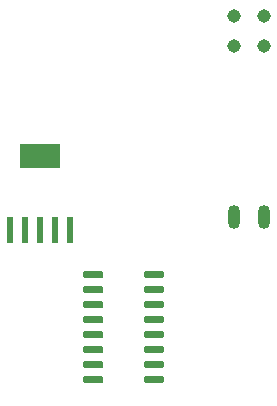
<source format=gbr>
%TF.GenerationSoftware,KiCad,Pcbnew,5.1.10-88a1d61d58~90~ubuntu20.04.1*%
%TF.CreationDate,2021-09-24T14:34:36-04:00*%
%TF.ProjectId,VoltageCurrentMeter,566f6c74-6167-4654-9375-7272656e744d,rev?*%
%TF.SameCoordinates,Original*%
%TF.FileFunction,Paste,Top*%
%TF.FilePolarity,Positive*%
%FSLAX46Y46*%
G04 Gerber Fmt 4.6, Leading zero omitted, Abs format (unit mm)*
G04 Created by KiCad (PCBNEW 5.1.10-88a1d61d58~90~ubuntu20.04.1) date 2021-09-24 14:34:36*
%MOMM*%
%LPD*%
G01*
G04 APERTURE LIST*
%ADD10C,1.143000*%
%ADD11O,1.016000X2.032000*%
%ADD12R,0.600000X2.200000*%
%ADD13R,3.450000X2.150000*%
G04 APERTURE END LIST*
D10*
%TO.C,U1*%
X100662803Y-86859813D03*
X98122803Y-86859813D03*
X100662803Y-84319813D03*
X98122803Y-84319813D03*
D11*
X100674000Y-101324000D03*
X98124000Y-101324000D03*
%TD*%
D12*
%TO.C,U4*%
X82956400Y-102451500D03*
X80416400Y-102451500D03*
D13*
X81686400Y-96151500D03*
D12*
X81686400Y-102451500D03*
X84226400Y-102451500D03*
X79146400Y-102451500D03*
%TD*%
%TO.C,U3*%
G36*
G01*
X92197600Y-114988200D02*
X92197600Y-115288200D01*
G75*
G02*
X92047600Y-115438200I-150000J0D01*
G01*
X90597600Y-115438200D01*
G75*
G02*
X90447600Y-115288200I0J150000D01*
G01*
X90447600Y-114988200D01*
G75*
G02*
X90597600Y-114838200I150000J0D01*
G01*
X92047600Y-114838200D01*
G75*
G02*
X92197600Y-114988200I0J-150000D01*
G01*
G37*
G36*
G01*
X92197600Y-113718200D02*
X92197600Y-114018200D01*
G75*
G02*
X92047600Y-114168200I-150000J0D01*
G01*
X90597600Y-114168200D01*
G75*
G02*
X90447600Y-114018200I0J150000D01*
G01*
X90447600Y-113718200D01*
G75*
G02*
X90597600Y-113568200I150000J0D01*
G01*
X92047600Y-113568200D01*
G75*
G02*
X92197600Y-113718200I0J-150000D01*
G01*
G37*
G36*
G01*
X92197600Y-112448200D02*
X92197600Y-112748200D01*
G75*
G02*
X92047600Y-112898200I-150000J0D01*
G01*
X90597600Y-112898200D01*
G75*
G02*
X90447600Y-112748200I0J150000D01*
G01*
X90447600Y-112448200D01*
G75*
G02*
X90597600Y-112298200I150000J0D01*
G01*
X92047600Y-112298200D01*
G75*
G02*
X92197600Y-112448200I0J-150000D01*
G01*
G37*
G36*
G01*
X92197600Y-111178200D02*
X92197600Y-111478200D01*
G75*
G02*
X92047600Y-111628200I-150000J0D01*
G01*
X90597600Y-111628200D01*
G75*
G02*
X90447600Y-111478200I0J150000D01*
G01*
X90447600Y-111178200D01*
G75*
G02*
X90597600Y-111028200I150000J0D01*
G01*
X92047600Y-111028200D01*
G75*
G02*
X92197600Y-111178200I0J-150000D01*
G01*
G37*
G36*
G01*
X92197600Y-109908200D02*
X92197600Y-110208200D01*
G75*
G02*
X92047600Y-110358200I-150000J0D01*
G01*
X90597600Y-110358200D01*
G75*
G02*
X90447600Y-110208200I0J150000D01*
G01*
X90447600Y-109908200D01*
G75*
G02*
X90597600Y-109758200I150000J0D01*
G01*
X92047600Y-109758200D01*
G75*
G02*
X92197600Y-109908200I0J-150000D01*
G01*
G37*
G36*
G01*
X92197600Y-108638200D02*
X92197600Y-108938200D01*
G75*
G02*
X92047600Y-109088200I-150000J0D01*
G01*
X90597600Y-109088200D01*
G75*
G02*
X90447600Y-108938200I0J150000D01*
G01*
X90447600Y-108638200D01*
G75*
G02*
X90597600Y-108488200I150000J0D01*
G01*
X92047600Y-108488200D01*
G75*
G02*
X92197600Y-108638200I0J-150000D01*
G01*
G37*
G36*
G01*
X92197600Y-107368200D02*
X92197600Y-107668200D01*
G75*
G02*
X92047600Y-107818200I-150000J0D01*
G01*
X90597600Y-107818200D01*
G75*
G02*
X90447600Y-107668200I0J150000D01*
G01*
X90447600Y-107368200D01*
G75*
G02*
X90597600Y-107218200I150000J0D01*
G01*
X92047600Y-107218200D01*
G75*
G02*
X92197600Y-107368200I0J-150000D01*
G01*
G37*
G36*
G01*
X92197600Y-106098200D02*
X92197600Y-106398200D01*
G75*
G02*
X92047600Y-106548200I-150000J0D01*
G01*
X90597600Y-106548200D01*
G75*
G02*
X90447600Y-106398200I0J150000D01*
G01*
X90447600Y-106098200D01*
G75*
G02*
X90597600Y-105948200I150000J0D01*
G01*
X92047600Y-105948200D01*
G75*
G02*
X92197600Y-106098200I0J-150000D01*
G01*
G37*
G36*
G01*
X87047600Y-106098200D02*
X87047600Y-106398200D01*
G75*
G02*
X86897600Y-106548200I-150000J0D01*
G01*
X85447600Y-106548200D01*
G75*
G02*
X85297600Y-106398200I0J150000D01*
G01*
X85297600Y-106098200D01*
G75*
G02*
X85447600Y-105948200I150000J0D01*
G01*
X86897600Y-105948200D01*
G75*
G02*
X87047600Y-106098200I0J-150000D01*
G01*
G37*
G36*
G01*
X87047600Y-107368200D02*
X87047600Y-107668200D01*
G75*
G02*
X86897600Y-107818200I-150000J0D01*
G01*
X85447600Y-107818200D01*
G75*
G02*
X85297600Y-107668200I0J150000D01*
G01*
X85297600Y-107368200D01*
G75*
G02*
X85447600Y-107218200I150000J0D01*
G01*
X86897600Y-107218200D01*
G75*
G02*
X87047600Y-107368200I0J-150000D01*
G01*
G37*
G36*
G01*
X87047600Y-108638200D02*
X87047600Y-108938200D01*
G75*
G02*
X86897600Y-109088200I-150000J0D01*
G01*
X85447600Y-109088200D01*
G75*
G02*
X85297600Y-108938200I0J150000D01*
G01*
X85297600Y-108638200D01*
G75*
G02*
X85447600Y-108488200I150000J0D01*
G01*
X86897600Y-108488200D01*
G75*
G02*
X87047600Y-108638200I0J-150000D01*
G01*
G37*
G36*
G01*
X87047600Y-109908200D02*
X87047600Y-110208200D01*
G75*
G02*
X86897600Y-110358200I-150000J0D01*
G01*
X85447600Y-110358200D01*
G75*
G02*
X85297600Y-110208200I0J150000D01*
G01*
X85297600Y-109908200D01*
G75*
G02*
X85447600Y-109758200I150000J0D01*
G01*
X86897600Y-109758200D01*
G75*
G02*
X87047600Y-109908200I0J-150000D01*
G01*
G37*
G36*
G01*
X87047600Y-111178200D02*
X87047600Y-111478200D01*
G75*
G02*
X86897600Y-111628200I-150000J0D01*
G01*
X85447600Y-111628200D01*
G75*
G02*
X85297600Y-111478200I0J150000D01*
G01*
X85297600Y-111178200D01*
G75*
G02*
X85447600Y-111028200I150000J0D01*
G01*
X86897600Y-111028200D01*
G75*
G02*
X87047600Y-111178200I0J-150000D01*
G01*
G37*
G36*
G01*
X87047600Y-112448200D02*
X87047600Y-112748200D01*
G75*
G02*
X86897600Y-112898200I-150000J0D01*
G01*
X85447600Y-112898200D01*
G75*
G02*
X85297600Y-112748200I0J150000D01*
G01*
X85297600Y-112448200D01*
G75*
G02*
X85447600Y-112298200I150000J0D01*
G01*
X86897600Y-112298200D01*
G75*
G02*
X87047600Y-112448200I0J-150000D01*
G01*
G37*
G36*
G01*
X87047600Y-113718200D02*
X87047600Y-114018200D01*
G75*
G02*
X86897600Y-114168200I-150000J0D01*
G01*
X85447600Y-114168200D01*
G75*
G02*
X85297600Y-114018200I0J150000D01*
G01*
X85297600Y-113718200D01*
G75*
G02*
X85447600Y-113568200I150000J0D01*
G01*
X86897600Y-113568200D01*
G75*
G02*
X87047600Y-113718200I0J-150000D01*
G01*
G37*
G36*
G01*
X87047600Y-114988200D02*
X87047600Y-115288200D01*
G75*
G02*
X86897600Y-115438200I-150000J0D01*
G01*
X85447600Y-115438200D01*
G75*
G02*
X85297600Y-115288200I0J150000D01*
G01*
X85297600Y-114988200D01*
G75*
G02*
X85447600Y-114838200I150000J0D01*
G01*
X86897600Y-114838200D01*
G75*
G02*
X87047600Y-114988200I0J-150000D01*
G01*
G37*
%TD*%
M02*

</source>
